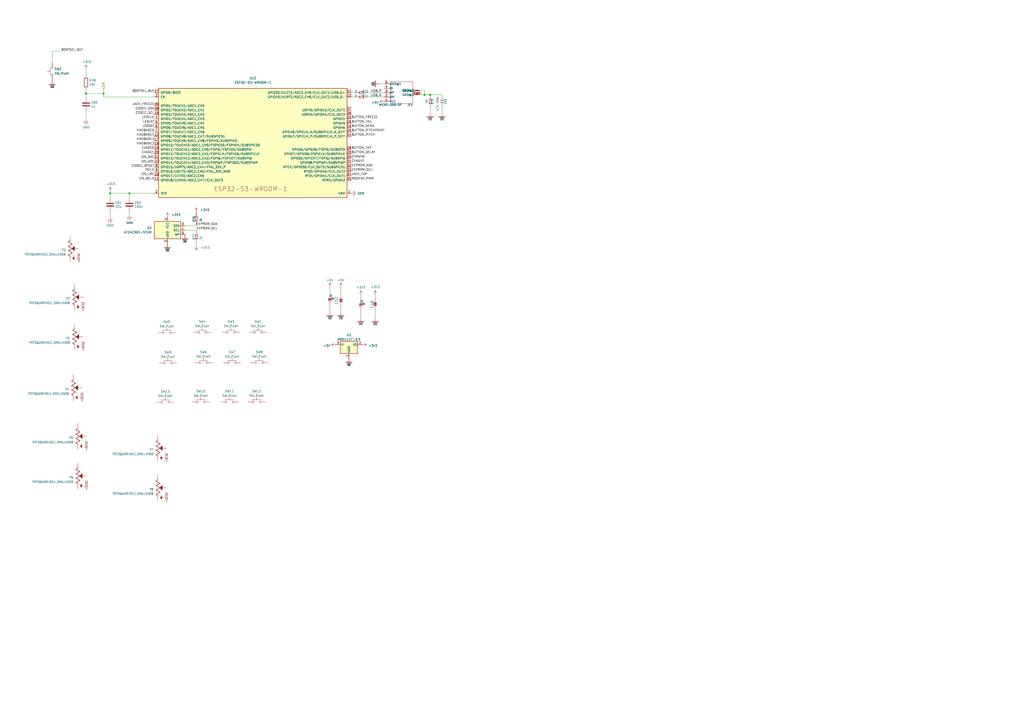
<source format=kicad_sch>
(kicad_sch (version 20221206) (generator eeschema)
  (paper "A2")
  (lib_symbols
    (symbol "Device:C" (pin_numbers hide) (pin_names (offset 0.254))
      (property "Reference" "C" (at 0.635 2.54 0))
      (property "Value" "C" (at 0.635 -2.54 0))
      (symbol "C_0_1"
        (polyline (pts (xy -2.032 -0.762) (xy 2.032 -0.762)) (stroke (width 0.508)))
        (polyline (pts (xy -2.032 0.762) (xy 2.032 0.762)) (stroke (width 0.508)))
      )
      (symbol "C_1_1"
        (pin passive line (at 0 3.81 270) (length 2.794) (name "~") (number "1"))
        (pin passive line (at 0 -3.81 90) (length 2.794) (name "~") (number "2"))
      )
    )
    (symbol "Device:R" (pin_numbers hide) (pin_names (offset 0))
      (property "Reference" "R" (at 2.032 0 90))
      (property "Value" "R" (at 0 0 90))
      (symbol "R_0_1"
        (rectangle (start -1.016 -2.54) (end 1.016 2.54) (stroke (width 0.254)))
      )
      (symbol "R_1_1"
        (pin passive line (at 0 3.81 270) (length 1.27) (name "~") (number "1"))
        (pin passive line (at 0 -3.81 90) (length 1.27) (name "~") (number "2"))
      )
    )
    (symbol "ESP32-Eurorack-Audio-rescue:+3.3V-power" (power) (pin_names (offset 0))
      (property "Value" "+3.3V-power" (at 0 3.556 0))
      (symbol "+3.3V-power_0_1"
        (polyline (pts (xy -0.762 1.27) (xy 0 2.54)))
        (polyline (pts (xy 0 0) (xy 0 2.54)))
        (polyline (pts (xy 0 2.54) (xy 0.762 1.27)))
      )
      (symbol "+3.3V-power_1_1"
        (pin power_in line (at 0 0 90) (length 0) hide (name "+3V3") (number "1"))
      )
    )
    (symbol "Espressif:ESP32-S3-WROOM-1" (pin_names (offset 1.016))
      (property "Reference" "U" (at -53.34 38.1 0))
      (property "Value" "ESP32-S3-WROOM-1" (at -53.34 35.56 0))
      (symbol "ESP32-S3-WROOM-1_0_0"
        (rectangle (start -53.34 33.02) (end 55.88 -30.48) (stroke (width 0.254)) (fill (type background)))
        (text "ESP32-S3-WROOM-1" (at 0 -25.4 0) (effects (font (size 2.54 2.54))))
        (pin power_in line (at 58.42 -27.94 180) (length 2.54) (name "GND") (number "1"))
        (pin bidirectional line (at -55.88 -17.78 0) (length 2.54) (name "GPIO17/U1TXD/ADC2_CH6") (number "10"))
        (pin bidirectional line (at -55.88 -20.32 0) (length 2.54) (name "GPIO18/U1RXD/ADC2_CH7/CLK_OUT3") (number "11"))
        (pin bidirectional line (at -55.88 5.08 0) (length 2.54) (name "GPIO8/TOUCH8/ADC1_CH7/SUBSPICS1") (number "12"))
        (pin bidirectional line (at 58.42 27.94 180) (length 2.54) (name "GPIO19/U1RTS/ADC2_CH8/CLK_OUT2/USB_D-") (number "13"))
        (pin bidirectional line (at 58.42 30.48 180) (length 2.54) (name "GPIO20/U1CTS/ADC2_CH9/CLK_OUT1/USB_D+") (number "14"))
        (pin bidirectional line (at -55.88 17.78 0) (length 2.54) (name "GPIO3/TOUCH3/ADC1_CH2") (number "15"))
        (pin bidirectional line (at 58.42 10.16 180) (length 2.54) (name "GPIO46") (number "16"))
        (pin bidirectional line (at -55.88 2.54 0) (length 2.54) (name "GPIO9/TOUCH9/ADC1_CH8/FSPIHD/SUBSPIHD") (number "17"))
        (pin bidirectional line (at -55.88 0 0) (length 2.54) (name "GPIO10/TOUCH10/ADC1_CH9/FSPICS0/FSPIIO4/SUBSPICS0") (number "18"))
        (pin bidirectional line (at -55.88 -2.54 0) (length 2.54) (name "GPIO11/TOUCH11/ADC2_CH0/FSPID/FSPIIO5/SUBSPID") (number "19"))
        (pin power_in line (at -55.88 -27.94 0) (length 2.54) (name "3V3") (number "2"))
        (pin bidirectional line (at -55.88 -5.08 0) (length 2.54) (name "GPIO12/TOUCH12/ADC2_CH1/FSPICLK/FSPIIO6/SUBSPICLK") (number "20"))
        (pin bidirectional line (at -55.88 -7.62 0) (length 2.54) (name "GPIO13/TOUCH13/ADC2_CH2/FSPIQ/FSPIIO7/SUBSPIQ") (number "21"))
        (pin bidirectional line (at -55.88 -10.16 0) (length 2.54) (name "GPIO14/TOUCH14/ADC2_CH3/FSPIWP/FSPIDQS/SUBSPIWP") (number "22"))
        (pin bidirectional line (at 58.42 15.24 180) (length 2.54) (name "GPIO21") (number "23"))
        (pin bidirectional line (at 58.42 5.08 180) (length 2.54) (name "GPIO47/SPICLK_P/SUBSPICLK_P_DIFF") (number "24"))
        (pin bidirectional line (at 58.42 7.62 180) (length 2.54) (name "GPIO48/SPICLK_N/SUBSPICLK_N_DIFF") (number "25"))
        (pin bidirectional line (at 58.42 12.7 180) (length 2.54) (name "GPIO45") (number "26"))
        (pin bidirectional line (at -55.88 30.48 0) (length 2.54) (name "GPIO0/BOOT") (number "27"))
        (pin bidirectional line (at 58.42 -2.54 180) (length 2.54) (name "SPIIO6/GPIO35/FSPID/SUBSPID") (number "28"))
        (pin bidirectional line (at 58.42 -5.08 180) (length 2.54) (name "SPIIO7/GPIO36/FSPICLK/SUBSPICLK") (number "29"))
        (pin input line (at -55.88 27.94 0) (length 2.54) (name "EN") (number "3"))
        (pin bidirectional line (at 58.42 -7.62 180) (length 2.54) (name "SPIDQS/GPIO37/FSPIQ/SUBSPIQ") (number "30"))
        (pin bidirectional line (at 58.42 -10.16 180) (length 2.54) (name "GPIO38/FSPIWP/SUBSPIWP") (number "31"))
        (pin bidirectional line (at 58.42 -12.7 180) (length 2.54) (name "MTCK/GPIO39/CLK_OUT3/SUBSPICS1") (number "32"))
        (pin bidirectional line (at 58.42 -15.24 180) (length 2.54) (name "MTDO/GPIO40/CLK_OUT2") (number "33"))
        (pin bidirectional line (at 58.42 -17.78 180) (length 2.54) (name "MTDI/GPIO41/CLK_OUT1") (number "34"))
        (pin bidirectional line (at 58.42 -20.32 180) (length 2.54) (name "MTMS/GPIO42") (number "35"))
        (pin bidirectional line (at 58.42 17.78 180) (length 2.54) (name "U0RXD/GPIO44/CLK_OUT2") (number "36"))
        (pin bidirectional line (at 58.42 20.32 180) (length 2.54) (name "U0TXD/GPIO43/CLK_OUT1") (number "37"))
        (pin bidirectional line (at -55.88 20.32 0) (length 2.54) (name "GPIO2/TOUCH2/ADC1_CH1") (number "38"))
        (pin bidirectional line (at -55.88 22.86 0) (length 2.54) (name "GPIO1/TOUCH1/ADC1_CH0") (number "39"))
        (pin bidirectional line (at -55.88 15.24 0) (length 2.54) (name "GPIO4/TOUCH4/ADC1_CH3") (number "4"))
        (pin passive line (at 58.42 -27.94 180) (length 2.54) hide (name "GND") (number "40"))
        (pin passive line (at 58.42 -27.94 180) (length 2.54) hide (name "GND") (number "41"))
        (pin bidirectional line (at -55.88 12.7 0) (length 2.54) (name "GPIO5/TOUCH5/ADC1_CH4") (number "5"))
        (pin bidirectional line (at -55.88 10.16 0) (length 2.54) (name "GPIO6/TOUCH6/ADC1_CH5") (number "6"))
        (pin bidirectional line (at -55.88 7.62 0) (length 2.54) (name "GPIO7/TOUCH7/ADC1_CH6") (number "7"))
        (pin bidirectional line (at -55.88 -12.7 0) (length 2.54) (name "GPIO15/U0RTS/ADC2_CH4/XTAL_32K_P") (number "8"))
        (pin bidirectional line (at -55.88 -15.24 0) (length 2.54) (name "GPIO16/U0CTS/ADC2_CH5/XTAL_32K_NH5") (number "9"))
      )
    )
    (symbol "Memory_EEPROM:AT24CS01-STUM"
      (property "Reference" "U" (at -7.62 6.35 0))
      (property "Value" "AT24CS01-STUM" (at 2.54 -6.35 0))
      (symbol "AT24CS01-STUM_1_1"
        (rectangle (start -7.62 5.08) (end 7.62 -5.08) (stroke (width 0.254)) (fill (type background)))
        (pin input line (at 10.16 0 180) (length 2.54) (name "SCL") (number "1"))
        (pin power_in line (at 0 -7.62 90) (length 2.54) (name "GND") (number "2"))
        (pin bidirectional line (at 10.16 2.54 180) (length 2.54) (name "SDA") (number "3"))
        (pin power_in line (at 0 7.62 270) (length 2.54) (name "VCC") (number "4"))
        (pin input line (at 10.16 -2.54 180) (length 2.54) (name "WP") (number "5"))
      )
    )
    (symbol "Regulator_Linear:AMS1117-3.3" (pin_names (offset 0.254))
      (property "Reference" "U" (at -3.81 3.175 0))
      (property "Value" "AMS1117-3.3" (at 0 3.175 0))
      (symbol "AMS1117-3.3_0_1"
        (rectangle (start -5.08 -5.08) (end 5.08 1.905) (stroke (width 0.254)) (fill (type background)))
      )
      (symbol "AMS1117-3.3_1_1"
        (pin power_in line (at 0 -7.62 90) (length 2.54) (name "GND") (number "1"))
        (pin power_out line (at 7.62 0 180) (length 2.54) (name "VO") (number "2"))
        (pin power_in line (at -7.62 0 0) (length 2.54) (name "VI") (number "3"))
      )
    )
    (symbol "Switch:SW_Push" (pin_numbers hide) (pin_names (offset 1.016) hide)
      (property "Reference" "SW" (at 1.27 2.54 0))
      (property "Value" "SW_Push" (at 0 -1.524 0))
      (symbol "SW_Push_0_1"
        (circle (center -2.032 0) (radius 0.508))
        (polyline (pts (xy 0 1.27) (xy 0 3.048)))
        (polyline (pts (xy 2.54 1.27) (xy -2.54 1.27)))
        (circle (center 2.032 0) (radius 0.508))
        (pin passive line (at -5.08 0 0) (length 2.54) (name "1") (number "1"))
        (pin passive line (at 5.08 0 180) (length 2.54) (name "2") (number "2"))
      )
    )
    (symbol "TINRS - Wobbler (pico)sch-eagle-import:C-1206"
      (property "Reference" "C" (at -3.81 0 0))
      (property "Value" "C-1206" (at 0 0 0))
      (symbol "C-1206_1_0"
        (polyline (pts (xy -1.27 0) (xy -0.635 0)) (stroke (width 0.1524)))
        (polyline (pts (xy -0.635 -1.016) (xy -0.635 0)) (stroke (width 0.254)))
        (polyline (pts (xy -0.635 0) (xy -0.635 1.016)) (stroke (width 0.254)))
        (polyline (pts (xy 0.635 0) (xy 0.635 -1.016)) (stroke (width 0.254)))
        (polyline (pts (xy 0.635 0) (xy 1.27 0)) (stroke (width 0.1524)))
        (polyline (pts (xy 0.635 1.016) (xy 0.635 0)) (stroke (width 0.254)))
        (pin passive line (at -3.81 0 0) (length 2.54) (name "1") (number "1"))
        (pin passive line (at 3.81 0 180) (length 2.54) (name "2") (number "2"))
      )
    )
    (symbol "TINRS - Wobbler (pico)sch-eagle-import:C-EUC0402"
      (property "Reference" "C" (at 1.524 0.381 0))
      (property "Value" "C-EUC0402" (at 1.524 -4.699 0))
      (symbol "C-EUC0402_1_0"
        (rectangle (start -0.762 -2.032) (end 0.762 -1.524) (fill (type outline)))
        (rectangle (start -0.762 -1.016) (end 0.762 -0.508) (fill (type outline)))
        (polyline (pts (xy 0 -2.54) (xy 0 -2.032)) (stroke (width 0.1524)))
        (polyline (pts (xy 0 0) (xy 0 -0.508)) (stroke (width 0.1524)))
        (pin passive line (at 0 2.54 270) (length 2.54) (name "1") (number "1"))
        (pin passive line (at 0 -5.08 90) (length 2.54) (name "2") (number "2"))
      )
    )
    (symbol "TINRS - Wobbler (pico)sch-eagle-import:C-POLAR-A"
      (property "Reference" "C" (at -1.651 0.254 0))
      (property "Value" "C-POLAR-A" (at 0.762 0.254 0))
      (symbol "C-POLAR-A_1_0"
        (rectangle (start -1.778 1.5875) (end -0.6985 1.778) (fill (type outline)))
        (rectangle (start -1.7145 1.651) (end -0.762 1.778) (fill (type outline)))
        (rectangle (start -1.3335 1.143) (end -1.143 1.2065) (fill (type outline)))
        (rectangle (start -1.3335 1.2065) (end -1.2065 2.2225) (fill (type outline)))
        (rectangle (start -1.27 -0.9525) (end -0.9525 0.9525) (fill (type outline)))
        (rectangle (start -1.2065 1.2065) (end -1.143 2.2225) (fill (type outline)))
        (arc (start -0.508 -0.4445) (mid -0.3964 -0.7139) (end -0.127 -0.8255) (stroke (width 0.254)))
        (rectangle (start -0.127 -0.9525) (end 0 -0.6985) (fill (type outline)))
        (rectangle (start -0.127 0.6985) (end 0 0.889) (fill (type outline)))
        (arc (start -0.127 0.8255) (mid -0.3963 0.7138) (end -0.508 0.4445) (stroke (width 0.254)))
        (rectangle (start -0.127 0.889) (end 0 0.9525) (fill (type outline)))
        (polyline (pts (xy -1.27 0) (xy -2.54 0)) (stroke (width 0.1524)))
        (polyline (pts (xy -0.508 0) (xy 2.54 0)) (stroke (width 0.1524)))
        (polyline (pts (xy -0.508 0.4445) (xy -0.508 -0.4445)) (stroke (width 0.254)))
        (pin bidirectional line (at -5.08 0 0) (length 2.54) (name "1") (number "+"))
        (pin bidirectional line (at 5.08 0 180) (length 2.54) (name "2") (number "-"))
      )
    )
    (symbol "TINRS - Wobbler (pico)sch-eagle-import:GND" (power)
      (property "Value" "GND" (at 0 -1.27 0))
      (symbol "GND_1_0"
        (polyline (pts (xy -1.905 0) (xy 1.905 0)) (stroke (width 0.254)))
        (polyline (pts (xy -1.397 -0.508) (xy 1.397 -0.508)) (stroke (width 0.254)))
        (polyline (pts (xy -0.889 -1.016) (xy 0.889 -1.016)) (stroke (width 0.254)))
        (pin power_in line (at 0 2.54 270) (length 2.54) (name "GND") (number "1"))
      )
    )
    (symbol "TINRS - Wobbler (pico)sch-eagle-import:MICRO-USB-5P"
      (property "Reference" "J" (at -6.35 6.35 0))
      (property "Value" "MICRO-USB-5P" (at 0 6.35 0))
      (symbol "MICRO-USB-5P_1_0"
        (polyline (pts (xy -7.62 -1.27) (xy -6.35 -1.27)) (stroke (width 0.1524)))
        (polyline (pts (xy -7.62 1.27) (xy -6.35 1.27)) (stroke (width 0.1524)))
        (polyline (pts (xy -6.35 -6.35) (xy 6.35 -6.35)) (stroke (width 0.1524)))
        (polyline (pts (xy -6.35 -1.27) (xy -6.35 -6.35)) (stroke (width 0.1524)))
        (polyline (pts (xy -6.35 1.27) (xy -6.35 -1.27)) (stroke (width 0.1524)))
        (polyline (pts (xy -6.35 6.35) (xy -6.35 1.27)) (stroke (width 0.1524)))
        (polyline (pts (xy 6.35 -6.35) (xy 6.35 -5.08)) (stroke (width 0.1524)))
        (polyline (pts (xy 6.35 -5.08) (xy 6.35 -2.54)) (stroke (width 0.1524)))
        (polyline (pts (xy 6.35 -5.08) (xy 7.62 -5.08)) (stroke (width 0.1524)))
        (polyline (pts (xy 6.35 -2.54) (xy 6.35 0)) (stroke (width 0.1524)))
        (polyline (pts (xy 6.35 -2.54) (xy 7.62 -2.54)) (stroke (width 0.1524)))
        (polyline (pts (xy 6.35 0) (xy 6.35 2.54)) (stroke (width 0.1524)))
        (polyline (pts (xy 6.35 0) (xy 7.62 0)) (stroke (width 0.1524)))
        (polyline (pts (xy 6.35 2.54) (xy 6.35 5.08)) (stroke (width 0.1524)))
        (polyline (pts (xy 6.35 2.54) (xy 7.62 2.54)) (stroke (width 0.1524)))
        (polyline (pts (xy 6.35 5.08) (xy 6.35 6.35)) (stroke (width 0.1524)))
        (polyline (pts (xy 6.35 5.08) (xy 8.89 5.08)) (stroke (width 0.1524)))
        (polyline (pts (xy 6.35 6.35) (xy -6.35 6.35)) (stroke (width 0.1524)))
        (pin bidirectional line (at 10.16 5.08 180) (length 2.54) (name "VCC") (number "1"))
        (pin bidirectional line (at 10.16 2.54 180) (length 2.54) (name "DM") (number "2"))
        (pin bidirectional line (at 10.16 0 180) (length 2.54) (name "DP") (number "3"))
        (pin bidirectional line (at 10.16 -2.54 180) (length 2.54) (name "ID") (number "4"))
        (pin bidirectional line (at 10.16 -5.08 180) (length 2.54) (name "GND@1") (number "5"))
        (pin bidirectional line (at -10.16 -1.27 0) (length 2.54) (name "GND@2") (number "B@1"))
        (pin bidirectional line (at -10.16 -1.27 0) (length 2.54) (name "GND@2") (number "B@10"))
        (pin bidirectional line (at -10.16 -1.27 0) (length 2.54) (name "GND@2") (number "B@11"))
        (pin bidirectional line (at -10.16 -1.27 0) (length 2.54) (name "GND@2") (number "B@12"))
        (pin bidirectional line (at -10.16 -1.27 0) (length 2.54) (name "GND@2") (number "B@2"))
        (pin bidirectional line (at -10.16 -1.27 0) (length 2.54) (name "GND@2") (number "B@3"))
        (pin bidirectional line (at -10.16 -1.27 0) (length 2.54) (name "GND@2") (number "B@4"))
        (pin bidirectional line (at -10.16 -1.27 0) (length 2.54) (name "GND@2") (number "B@5"))
        (pin bidirectional line (at -10.16 1.27 0) (length 2.54) (name "GND@3") (number "B@6"))
        (pin bidirectional line (at -10.16 -1.27 0) (length 2.54) (name "GND@2") (number "B@7"))
        (pin bidirectional line (at -10.16 -1.27 0) (length 2.54) (name "GND@2") (number "B@8"))
        (pin bidirectional line (at -10.16 -1.27 0) (length 2.54) (name "GND@2") (number "B@9"))
      )
    )
    (symbol "TINRS - Wobbler (pico)sch-eagle-import:R-0402"
      (property "Reference" "R" (at -3.81 0 0))
      (property "Value" "R-0402" (at 2.54 0 0))
      (symbol "R-0402_1_0"
        (polyline (pts (xy -1.27 -0.508) (xy -1.27 0.508)) (stroke (width 0.254)))
        (polyline (pts (xy -1.27 0.508) (xy 1.27 0.508)) (stroke (width 0.254)))
        (polyline (pts (xy 1.27 -0.508) (xy -1.27 -0.508)) (stroke (width 0.254)))
        (polyline (pts (xy 1.27 0.508) (xy 1.27 -0.508)) (stroke (width 0.254)))
        (pin passive line (at -3.81 0 0) (length 2.54) (name "1") (number "1"))
        (pin passive line (at 3.81 0 180) (length 2.54) (name "2") (number "2"))
      )
    )
    (symbol "TINRS - Wobbler (pico)sch-eagle-import:R-0603"
      (property "Reference" "R" (at -3.81 0 0))
      (property "Value" "R-0603" (at 2.54 0 0))
      (symbol "R-0603_1_0"
        (polyline (pts (xy -1.27 -0.508) (xy -1.27 0.508)) (stroke (width 0.254)))
        (polyline (pts (xy -1.27 0.508) (xy 1.27 0.508)) (stroke (width 0.254)))
        (polyline (pts (xy 1.27 -0.508) (xy -1.27 -0.508)) (stroke (width 0.254)))
        (polyline (pts (xy 1.27 0.508) (xy 1.27 -0.508)) (stroke (width 0.254)))
        (pin passive line (at -3.81 0 0) (length 2.54) (name "1") (number "1"))
        (pin passive line (at 3.81 0 180) (length 2.54) (name "2") (number "2"))
      )
    )
    (symbol "TiNRS_Eagle:POTSQUAREHOLE_SMALLKNOB"
      (property "Reference" "P" (at 2.794 -2.54 90))
      (property "Value" "POTSQUAREHOLE_SMALLKNOB" (at -1.397 0 90))
      (symbol "POTSQUAREHOLE_SMALLKNOB_1_0"
        (polyline (pts (xy -1.016 -3.81) (xy 1.27 -2.54)) (stroke (width 0.254)))
        (polyline (pts (xy -1.016 -1.27) (xy 1.27 0)) (stroke (width 0.254)))
        (polyline (pts (xy -1.016 1.27) (xy 1.27 2.54)) (stroke (width 0.254)))
        (polyline (pts (xy -1.016 3.81) (xy 0 4.572)) (stroke (width 0.254)))
        (polyline (pts (xy 0 -5.08) (xy 0 -4.572)) (stroke (width 0.1524)))
        (polyline (pts (xy 0 -4.572) (xy -1.016 -3.81)) (stroke (width 0.254)))
        (polyline (pts (xy 0 4.572) (xy 0 5.08)) (stroke (width 0.1524)))
        (polyline (pts (xy 1.27 -2.54) (xy -1.016 -1.27)) (stroke (width 0.254)))
        (polyline (pts (xy 1.27 0) (xy -1.016 1.27)) (stroke (width 0.254)))
        (polyline (pts (xy 1.27 0) (xy 2.54 1.27)) (stroke (width 0.2032)))
        (polyline (pts (xy 1.27 2.54) (xy -1.016 3.81)) (stroke (width 0.254)))
        (polyline (pts (xy 1.397 -5.334) (xy 2.032 -6.604)) (stroke (width 0.1524)))
        (polyline (pts (xy 2.032 -6.604) (xy 2.667 -5.334)) (stroke (width 0.1524)))
        (polyline (pts (xy 2.032 -4.064) (xy 2.032 -6.604)) (stroke (width 0.1524)))
        (polyline (pts (xy 2.54 -1.27) (xy 1.27 0)) (stroke (width 0.2032)))
        (polyline (pts (xy 2.54 1.27) (xy 2.54 -1.27)) (stroke (width 0.2032)))
        (polyline (pts (xy 2.667 -5.334) (xy 1.397 -5.334)) (stroke (width 0.1524)))
        (polyline (pts (xy 1.524 -5.4102) (xy 2.54 -5.4102) (xy 2.032 -6.35)) (fill (type outline)))
        (polyline (pts (xy 2.54 1.27) (xy 1.27 0) (xy 2.54 -1.27)) (fill (type outline)))
        (text ">DESC" (at 4.318 -2.54 900) (effects (font (size 1.27 1.0795)) (justify right top)))
        (pin passive line (at 0 7.62 270) (length 2.54) (name "E") (number "P$1"))
        (pin passive line (at 5.08 0 180) (length 2.54) (name "S") (number "P$2"))
        (pin passive line (at 0 -7.62 90) (length 2.54) (name "A") (number "P$3"))
      )
    )
    (symbol "power:+3.3V" (power) (pin_names (offset 0))
      (property "Value" "+3.3V" (at 0 3.556 0))
      (symbol "+3.3V_0_1"
        (polyline (pts (xy -0.762 1.27) (xy 0 2.54)))
        (polyline (pts (xy 0 0) (xy 0 2.54)))
        (polyline (pts (xy 0 2.54) (xy 0.762 1.27)))
      )
      (symbol "+3.3V_1_1"
        (pin power_in line (at 0 0 90) (length 0) hide (name "+3V3") (number "1"))
      )
    )
    (symbol "power:+5V" (power) (pin_names (offset 0))
      (property "Value" "+5V" (at 0 3.556 0))
      (symbol "+5V_0_1"
        (polyline (pts (xy -0.762 1.27) (xy 0 2.54)))
        (polyline (pts (xy 0 0) (xy 0 2.54)))
        (polyline (pts (xy 0 2.54) (xy 0.762 1.27)))
      )
      (symbol "+5V_1_1"
        (pin power_in line (at 0 0 90) (length 0) hide (name "+5V") (number "1"))
      )
    )
    (symbol "power:GND" (power) (pin_names (offset 0))
      (property "Value" "GND" (at 0 -3.81 0))
      (symbol "GND_0_1"
        (polyline (pts (xy 0 0) (xy 0 -1.27) (xy 1.27 -1.27) (xy 0 -2.54) (xy -1.27 -1.27) (xy 0 -1.27)))
      )
      (symbol "GND_1_1"
        (pin power_in line (at 0 0 270) (length 0) hide (name "GND") (number "1"))
      )
    )
  )
  (junction (at 63.881 112.141))
  (junction (at 246.253 54.991))
  (junction (at 60.071 54.229))
  (junction (at 75.057 112.141))
  (junction (at 249.555 54.991))
  (junction (at 49.911 54.229))
  (wire (pts (xy 49.911 64.389) (xy 49.911 69.469)))
  (wire (pts (xy 246.253 52.451) (xy 246.253 54.991)))
  (wire (pts (xy 49.911 54.229) (xy 49.911 51.689)))
  (wire (pts (xy 197.739 170.434) (xy 197.739 166.624)))
  (wire (pts (xy 205.867 56.261) (xy 203.835 56.261)))
  (wire (pts (xy 107.315 133.477) (xy 113.919 133.477)))
  (wire (pts (xy 30.353 29.845) (xy 30.353 36.195)))
  (wire (pts (xy 113.919 142.367) (xy 113.919 141.097)))
  (wire (pts (xy 213.487 53.721) (xy 222.885 53.721)))
  (wire (pts (xy 246.253 54.991) (xy 243.205 54.991)))
  (wire (pts (xy 113.919 130.937) (xy 113.919 130.683)))
  (wire (pts (xy 75.057 122.555) (xy 75.057 124.841)))
  (wire (pts (xy 60.071 51.689) (xy 60.071 54.229)))
  (wire (pts (xy 217.678 171.069) (xy 217.678 172.593)))
  (wire (pts (xy 63.881 122.555) (xy 63.881 126.365)))
  (wire (pts (xy 220.345 48.641) (xy 222.885 48.641)))
  (wire (pts (xy 63.881 112.141) (xy 63.881 114.935)))
  (wire (pts (xy 60.071 56.261) (xy 60.071 54.229)))
  (wire (pts (xy 256.413 54.991) (xy 249.555 54.991)))
  (wire (pts (xy 209.296 183.896) (xy 209.296 182.626)))
  (wire (pts (xy 49.911 40.259) (xy 49.911 44.069)))
  (wire (pts (xy 35.433 29.845) (xy 30.353 29.845)))
  (wire (pts (xy 209.296 171.196) (xy 209.296 172.466)))
  (wire (pts (xy 63.881 112.141) (xy 75.057 112.141)))
  (wire (pts (xy 63.881 111.125) (xy 63.881 112.141)))
  (wire (pts (xy 197.739 180.594) (xy 197.739 178.054)))
  (wire (pts (xy 75.057 114.935) (xy 75.057 112.141)))
  (wire (pts (xy 49.911 54.229) (xy 49.911 56.769)))
  (wire (pts (xy 213.487 56.261) (xy 222.885 56.261)))
  (wire (pts (xy 217.678 184.023) (xy 217.678 180.213)))
  (wire (pts (xy 107.315 130.937) (xy 113.919 130.937)))
  (wire (pts (xy 249.555 62.611) (xy 249.555 65.151)))
  (wire (pts (xy 60.071 54.229) (xy 49.911 54.229)))
  (wire (pts (xy 246.253 52.451) (xy 243.205 52.451)))
  (wire (pts (xy 191.389 180.594) (xy 191.389 179.578)))
  (wire (pts (xy 249.555 54.991) (xy 246.253 54.991)))
  (wire (pts (xy 256.413 62.611) (xy 256.413 65.151)))
  (wire (pts (xy 191.389 166.624) (xy 191.389 169.418)))
  (wire (pts (xy 205.867 53.721) (xy 203.835 53.721)))
  (wire (pts (xy 89.535 56.261) (xy 60.071 56.261)))
  (wire (pts (xy 75.057 112.141) (xy 89.535 112.141)))
  (label "MODENV_PWM" (at 203.835 104.521 0))
  (label "CVADC1" (at 89.535 89.281 180))
  (label "I2S_BCLK" (at 89.535 104.521 180))
  (label "I2S_LRC" (at 89.535 101.981 180))
  (label "EEPROM_SDA" (at 203.835 96.901 0))
  (label "BUTTON_PITCH" (at 203.835 79.121 0))
  (label "CODEC_RESET" (at 89.535 97.155 180))
  (label "USB_N" (at 221.361 56.261 180))
  (label "BUTTON_FREEZE" (at 203.835 68.961 0))
  (label "KNOBADC2" (at 89.535 81.661 180))
  (label "CVMUX0" (at 203.835 91.821 0))
  (label "BOOTSEL_BUT" (at 35.433 29.845 0) (effects (font (size 1.2446 1.2446))))
  (label "MCLK" (at 89.535 99.441 180))
  (label "KNOBADC1" (at 89.535 79.121 180))
  (label "BUTTON_SEND" (at 203.835 74.041 0))
  (label "LEDDAT" (at 89.535 74.041 180))
  (label "CVADC0" (at 89.535 86.741 180))
  (label "KNOBADC3" (at 89.535 84.201 180))
  (label "BUTTON_DELAY" (at 203.835 89.281 0))
  (label "I2S_DAC" (at 89.535 92.075 180))
  (label "KNOBADC0" (at 89.535 76.581 180))
  (label "LEDLAT" (at 89.535 71.501 180))
  (label "BUTTON_PITCHPOINT" (at 203.835 76.581 0))
  (label "EEPROM_SDA" (at 113.919 130.937 0))
  (label "JACK_FREEZE" (at 89.535 61.341 180))
  (label "CODEC_SDA" (at 89.535 63.881 180))
  (label "EEPROM_SCL" (at 113.919 133.477 0))
  (label "CODEC_SCL" (at 89.535 66.421 180))
  (label "BOOTSEL_BUT" (at 89.535 53.721 180) (effects (font (size 1.2446 1.2446))))
  (label "BUTTON_TAP" (at 203.835 86.741 0))
  (label "CVMUX1" (at 203.835 94.361 0))
  (label "USB_P" (at 221.361 53.721 180))
  (label "LEDCLK" (at 89.535 68.961 180))
  (label "I2S_ADC" (at 89.535 94.615 180))
  (label "EEPROM_SCL" (at 203.835 99.441 0))
  (label "JACK_TAP" (at 203.835 101.981 0))
  (label "BUTTON_TAIL" (at 203.835 71.501 0))
  (hierarchical_label "EN" (shape input) (at 60.071 51.689 90))
  (symbol (lib_id "Switch:SW_Push") (at 133.096 233.172 0) (unit 1)
    (property "Reference" "SW11" (at 133.096 226.949 0))
    (property "Value" "SW_Push" (at 133.096 229.489 0))
    (property "Footprint" "keyswitches:Kailh_socket_PG1350" (effects hide))
  )
  (symbol (lib_id "TINRS - Wobbler (pico)sch-eagle-import:GND") (at 217.805 48.641 270) (mirror x) (unit 1)
    (property "Reference" "#GND0127" (effects hide))
    (property "Value" "GND" (at 216.535 48.641 0) (effects (font (size 0.762 0.6477)) (justify top)))
  )
  (symbol (lib_id "TINRS - Wobbler (pico)sch-eagle-import:GND") (at 107.315 138.557 0) (unit 1)
    (property "Reference" "#GND0126" (effects hide))
    (property "Value" "GND" (at 107.315 139.827 0) (effects (font (size 0.762 0.6477)) (justify top)))
  )
  (symbol (lib_id "TINRS - Wobbler (pico)sch-eagle-import:GND") (at 191.389 183.134 0) (unit 1)
    (property "Reference" "#GND0120" (effects hide))
    (property "Value" "GND" (at 191.389 184.404 0) (effects (font (size 0.762 0.6477)) (justify top)))
  )
  (symbol (lib_id "power:GND") (at 203.835 112.141 90) (mirror x) (unit 1)
    (property "Reference" "#PWR0270" (effects hide))
    (property "Value" "GND" (at 211.455 112.141 90) (effects (justify left)))
  )
  (symbol (lib_id "TiNRS_Eagle:POTSQUAREHOLE_SMALLKNOB") (at 40.64 144.145 0) (unit 1)
    (property "Reference" "P3" (at 38.1 145.0127 0) (effects (font (size 1.27 1.0795)) (justify right)))
    (property "Value" "POTSQUAREHOLE_SMALLKNOB" (at 38.1 147.5527 0) (effects (font (size 1.27 1.0795)) (justify right)))
    (property "Footprint" "TiNRS_Eagle_Footprints:ALPS_POT_SQUAREHOLES" (effects hide))
  )
  (symbol (lib_id "power:+3.3V") (at 113.919 142.367 180) (unit 1)
    (property "Reference" "#PWR0111" (effects hide))
    (property "Value" "+3.3V" (at 116.459 143.6369 0) (effects (justify right)))
  )
  (symbol (lib_id "Device:C") (at 75.057 118.745 0) (unit 1)
    (property "Reference" "C62" (at 77.978 117.5766 0) (effects (justify left)))
    (property "Value" "100n" (at 77.978 119.888 0) (effects (justify left)))
    (property "Footprint" "Capacitor_SMD:C_0402_1005Metric" (effects hide))
  )
  (symbol (lib_id "Device:C") (at 63.881 118.745 0) (unit 1)
    (property "Reference" "C61" (at 66.802 117.5766 0) (effects (justify left)))
    (property "Value" "22u" (at 66.802 119.888 0) (effects (justify left)))
    (property "Footprint" "Capacitor_SMD:C_0805_2012Metric" (effects hide))
  )
  (symbol (lib_id "TINRS - Wobbler (pico)sch-eagle-import:C-POLAR-A") (at 191.389 174.498 270) (unit 1)
    (property "Reference" "C50" (at 191.643 172.847 0) (effects (font (size 0.762 0.6477)) (justify right bottom)))
    (property "Value" "10uF" (at 191.643 175.26 0) (effects (font (size 0.762 0.6477)) (justify left bottom)))
    (property "Footprint" "TiNRS_Eagle_Footprints:CASE-A_3216" (effects hide))
    (property "Value" "197427" (effects hide))
  )
  (symbol (lib_id "power:GND") (at 75.057 124.841 0) (unit 1)
    (property "Reference" "#PWR0119" (effects hide))
    (property "Value" "GND" (at 75.184 129.2352 0))
  )
  (symbol (lib_id "TiNRS_Eagle:POTSQUAREHOLE_SMALLKNOB") (at 43.18 172.339 0) (unit 1)
    (property "Reference" "P2" (at 40.64 173.2067 0) (effects (font (size 1.27 1.0795)) (justify right)))
    (property "Value" "POTSQUAREHOLE_SMALLKNOB" (at 40.64 175.7467 0) (effects (font (size 1.27 1.0795)) (justify right)))
    (property "Footprint" "TiNRS_Eagle_Footprints:ALPS_POT_SQUAREHOLES" (effects hide))
  )
  (symbol (lib_id "TINRS - Wobbler (pico)sch-eagle-import:GND") (at 217.678 186.563 0) (unit 1)
    (property "Reference" "#GND0106" (effects hide))
    (property "Value" "GND" (at 217.678 187.833 0) (effects (font (size 0.762 0.6477)) (justify top)))
  )
  (symbol (lib_id "TiNRS_Eagle:POTSQUAREHOLE_SMALLKNOB") (at 43.18 195.326 0) (unit 1)
    (property "Reference" "P1" (at 40.64 196.1937 0) (effects (font (size 1.27 1.0795)) (justify right)))
    (property "Value" "POTSQUAREHOLE_SMALLKNOB" (at 40.64 198.7337 0) (effects (font (size 1.27 1.0795)) (justify right)))
    (property "Footprint" "TiNRS_Eagle_Footprints:ALPS_POT_SQUAREHOLES" (effects hide))
  )
  (symbol (lib_id "TiNRS_Eagle:POTSQUAREHOLE_SMALLKNOB") (at 45.085 253.111 0) (unit 1)
    (property "Reference" "P5" (at 42.545 253.9787 0) (effects (font (size 1.27 1.0795)) (justify right)))
    (property "Value" "POTSQUAREHOLE_SMALLKNOB" (at 42.545 256.5187 0) (effects (font (size 1.27 1.0795)) (justify right)))
    (property "Footprint" "TiNRS_Eagle_Footprints:ALPS_POT_SQUAREHOLES" (effects hide))
  )
  (symbol (lib_id "Switch:SW_Push") (at 95.885 233.299 0) (unit 1)
    (property "Reference" "SW13" (at 95.885 227.076 0))
    (property "Value" "SW_Push" (at 95.885 229.616 0))
    (property "Footprint" "keyswitches:Kailh_socket_PG1350" (effects hide))
  )
  (symbol (lib_id "TINRS - Wobbler (pico)sch-eagle-import:C-EUC0402") (at 197.739 175.514 180) (unit 1)
    (property "Reference" "C52" (at 194.183 171.958 90) (effects (font (size 1.778 1.5113)) (justify left bottom)))
    (property "Value" "100nF" (at 198.755 171.196 90) (effects (font (size 1.778 1.5113)) (justify left bottom)))
    (property "Footprint" "Capacitor_SMD:C_0402_1005Metric" (effects hide))
    (property "Value" "1759017" (effects hide))
  )
  (symbol (lib_id "TINRS - Wobbler (pico)sch-eagle-import:GND") (at 202.438 210.058 0) (unit 1)
    (property "Reference" "#GND0107" (effects hide))
    (property "Value" "GND" (at 202.438 211.328 0) (effects (font (size 0.762 0.6477)) (justify top)))
  )
  (symbol (lib_id "TINRS - Wobbler (pico)sch-eagle-import:C-EUC0402") (at 217.678 175.133 0) (unit 1)
    (property "Reference" "C48" (at 216.916 178.943 90) (effects (font (size 1.778 1.5113)) (justify left bottom)))
    (property "Value" "100nF" (at 221.488 179.451 90) (effects (font (size 1.778 1.5113)) (justify left bottom)))
    (property "Footprint" "Capacitor_SMD:C_0402_1005Metric" (effects hide))
    (property "Value" "1759017" (effects hide))
  )
  (symbol (lib_id "TINRS - Wobbler (pico)sch-eagle-import:R-0402") (at 209.677 56.261 0) (mirror y) (unit 1)
    (property "Reference" "R74" (at 213.487 56.261 0) (effects (font (size 1.27 1.0795)) (justify left bottom)))
    (property "Value" "0" (at 207.137 56.261 0) (effects (font (size 1.27 1.0795)) (justify left bottom)))
    (property "Footprint" "Resistor_SMD:R_0402_1005Metric" (effects hide))
  )
  (symbol (lib_id "Device:C") (at 49.911 60.579 0) (unit 1)
    (property "Reference" "C60" (at 52.832 59.4106 0) (effects (justify left)))
    (property "Value" "1u" (at 52.832 61.722 0) (effects (justify left)))
    (property "Footprint" "Capacitor_SMD:C_0402_1005Metric" (effects hide))
  )
  (symbol (lib_id "TINRS - Wobbler (pico)sch-eagle-import:C-POLAR-A") (at 209.296 177.546 270) (unit 1)
    (property "Reference" "C55" (at 209.55 175.895 0) (effects (font (size 0.762 0.6477)) (justify right bottom)))
    (property "Value" "10uF" (at 209.55 178.308 0) (effects (font (size 0.762 0.6477)) (justify left bottom)))
    (property "Footprint" "TiNRS_Eagle_Footprints:CASE-A_3216" (effects hide))
    (property "Value" "197427" (effects hide))
  )
  (symbol (lib_id "Switch:SW_Push") (at 30.353 41.275 90) (unit 1)
    (property "Reference" "SW2" (at 31.623 40.0049 90) (effects (justify right)))
    (property "Value" "SW_Push" (at 31.623 42.5449 90) (effects (justify right)))
    (property "Footprint" "Button_Switch_SMD:SW_Push_1P1T_NO_6x6mm_H9.5mm" (effects hide))
  )
  (symbol (lib_id "TINRS - Wobbler (pico)sch-eagle-import:GND") (at 197.739 183.134 0) (unit 1)
    (property "Reference" "#GND0117" (effects hide))
    (property "Value" "GND" (at 197.739 184.404 0) (effects (font (size 0.762 0.6477)) (justify top)))
  )
  (symbol (lib_id "power:GND") (at 63.881 126.365 0) (unit 1)
    (property "Reference" "#PWR0120" (effects hide))
    (property "Value" "GND" (at 64.008 130.7592 0))
  )
  (symbol (lib_id "Switch:SW_Push") (at 149.733 192.786 0) (unit 1)
    (property "Reference" "SW1" (at 149.733 186.563 0))
    (property "Value" "SW_Push" (at 149.733 189.103 0))
    (property "Footprint" "keyswitches:Kailh_socket_PG1350" (effects hide))
  )
  (symbol (lib_id "Espressif:ESP32-S3-WROOM-1") (at 145.415 84.201 0) (unit 1)
    (property "Reference" "U12" (at 146.685 45.339 0))
    (property "Value" "ESP32-S3-WROOM-1" (at 146.685 47.879 0))
    (property "Footprint" "Espressif:ESP32-S3-WROOM-1" (effects hide))
    (property "Datasheet" "https://www.espressif.com/sites/default/files/documentation/esp32-s3-wroom-1_wroom-1u_datasheet_en.pdf" (effects hide))
  )
  (symbol (lib_id "power:+5V") (at 191.389 166.624 0) (unit 1)
    (property "Reference" "#PWR01" (effects hide))
    (property "Value" "+5V" (at 191.389 162.56 0))
  )
  (symbol (lib_id "power:+3.3V") (at 210.058 199.898 270) (unit 1)
    (property "Reference" "#PWR0103" (effects hide))
    (property "Value" "+3.3V" (at 213.614 200.533 90) (effects (justify left)))
  )
  (symbol (lib_id "power:+5V") (at 222.885 58.801 90) (unit 1)
    (property "Reference" "#PWR03" (effects hide))
    (property "Value" "+5V" (at 219.583 59.436 90) (effects (justify left)))
  )
  (symbol (lib_id "Switch:SW_Push") (at 97.409 210.566 0) (unit 1)
    (property "Reference" "SW9" (at 97.409 204.343 0))
    (property "Value" "SW_Push" (at 97.409 206.883 0))
    (property "Footprint" "keyswitches:Kailh_socket_PG1350" (effects hide))
  )
  (symbol (lib_id "power:+3.3V") (at 113.919 123.063 0) (unit 1)
    (property "Reference" "#PWR0113" (effects hide))
    (property "Value" "+3.3V" (at 116.205 121.7929 0) (effects (justify left)))
  )
  (symbol (lib_id "TINRS - Wobbler (pico)sch-eagle-import:GND") (at 256.413 67.691 0) (mirror y) (unit 1)
    (property "Reference" "#GND0128" (effects hide))
    (property "Value" "GND" (at 256.413 68.961 0) (effects (font (size 0.762 0.6477)) (justify top)))
  )
  (symbol (lib_id "TINRS - Wobbler (pico)sch-eagle-import:GND") (at 97.155 143.637 0) (unit 1)
    (property "Reference" "#GND0125" (effects hide))
    (property "Value" "GND" (at 97.155 144.907 0) (effects (font (size 0.762 0.6477)) (justify top)))
  )
  (symbol (lib_id "power:+5V") (at 197.739 166.624 0) (unit 1)
    (property "Reference" "#PWR02" (effects hide))
    (property "Value" "+5V" (at 197.739 162.56 0))
  )
  (symbol (lib_id "Switch:SW_Push") (at 148.844 233.172 0) (unit 1)
    (property "Reference" "SW12" (at 148.844 226.949 0))
    (property "Value" "SW_Push" (at 148.844 229.489 0))
    (property "Footprint" "keyswitches:Kailh_socket_PG1350" (effects hide))
  )
  (symbol (lib_id "TiNRS_Eagle:POTSQUAREHOLE_SMALLKNOB") (at 91.567 259.969 0) (unit 1)
    (property "Reference" "P7" (at 89.027 260.8367 0) (effects (font (size 1.27 1.0795)) (justify right)))
    (property "Value" "POTSQUAREHOLE_SMALLKNOB" (at 89.027 263.3767 0) (effects (font (size 1.27 1.0795)) (justify right)))
    (property "Footprint" "TiNRS_Eagle_Footprints:ALPS_POT_SQUAREHOLES" (effects hide))
  )
  (symbol (lib_id "Device:R") (at 49.911 47.879 0) (unit 1)
    (property "Reference" "R78" (at 51.689 46.7106 0) (effects (justify left)))
    (property "Value" "10k" (at 51.689 49.022 0) (effects (justify left)))
    (property "Footprint" "Resistor_SMD:R_0402_1005Metric" (effects hide))
  )
  (symbol (lib_id "ESP32-Eurorack-Audio-rescue:+3.3V-power") (at 49.911 40.259 0) (unit 1)
    (property "Reference" "#PWR0116" (effects hide))
    (property "Value" "+3.3V" (at 50.292 35.8648 0))
  )
  (symbol (lib_id "power:+3.3V") (at 209.296 171.196 0) (unit 1)
    (property "Reference" "#PWR0101" (effects hide))
    (property "Value" "+3.3V" (at 209.296 166.624 0))
  )
  (symbol (lib_id "TINRS - Wobbler (pico)sch-eagle-import:GND") (at 209.296 186.436 0) (unit 1)
    (property "Reference" "#GND0105" (effects hide))
    (property "Value" "GND" (at 209.296 187.706 0) (effects (font (size 0.762 0.6477)) (justify top)))
  )
  (symbol (lib_id "power:+3.3V") (at 217.678 171.069 0) (unit 1)
    (property "Reference" "#PWR0102" (effects hide))
    (property "Value" "+3.3V" (at 217.678 166.497 0))
  )
  (symbol (lib_id "TINRS - Wobbler (pico)sch-eagle-import:MICRO-USB-5P") (at 233.045 53.721 180) (unit 1)
    (property "Reference" "J14" (at 239.395 60.071 0) (effects (font (size 1.27 1.0795)) (justify left bottom)))
    (property "Value" "MICRO-USB-5P" (at 233.045 60.071 0) (effects (font (size 1.27 1.0795)) (justify left bottom)))
    (property "Footprint" "TiNRS_Eagle_Footprints:C132563" (effects hide))
  )
  (symbol (lib_id "Switch:SW_Push") (at 116.459 233.172 0) (unit 1)
    (property "Reference" "SW10" (at 116.459 226.949 0))
    (property "Value" "SW_Push" (at 116.459 229.489 0))
    (property "Footprint" "keyswitches:Kailh_socket_PG1350" (effects hide))
  )
  (symbol (lib_id "Switch:SW_Push") (at 117.348 192.786 0) (unit 1)
    (property "Reference" "SW4" (at 117.348 186.563 0))
    (property "Value" "SW_Push" (at 117.348 189.103 0))
    (property "Footprint" "keyswitches:Kailh_socket_PG1350" (effects hide))
  )
  (symbol (lib_id "power:+5V") (at 194.818 199.898 90) (unit 1)
    (property "Reference" "#PWR04" (effects hide))
    (property "Value" "+5V" (at 191.643 200.533 90) (effects (justify left)))
  )
  (symbol (lib_id "Regulator_Linear:AMS1117-3.3") (at 202.438 199.898 0) (unit 1)
    (property "Reference" "U1" (at 202.438 194.31 0))
    (property "Value" "AMS1117-3.3" (at 202.438 196.85 0))
    (property "Footprint" "Package_TO_SOT_SMD:SOT-223-3_TabPin2" (effects hide))
    (property "Datasheet" "http://www.advanced-monolithic.com/pdf/ds1117.pdf" (effects hide))
  )
  (symbol (lib_id "TiNRS_Eagle:POTSQUAREHOLE_SMALLKNOB") (at 45.085 276.098 0) (unit 1)
    (property "Reference" "P6" (at 42.545 276.9657 0) (effects (font (size 1.27 1.0795)) (justify right)))
    (property "Value" "POTSQUAREHOLE_SMALLKNOB" (at 42.545 279.5057 0) (effects (font (size 1.27 1.0795)) (justify right)))
    (property "Footprint" "TiNRS_Eagle_Footprints:ALPS_POT_SQUAREHOLES" (effects hide))
  )
  (symbol (lib_id "TINRS - Wobbler (pico)sch-eagle-import:R-0603") (at 249.555 58.801 270) (mirror x) (unit 1)
    (property "Reference" "R75" (at 250.317 60.579 0) (effects (font (size 1.27 1.0795)) (justify left bottom)))
    (property "Value" "1M" (at 246.761 60.071 0) (effects (font (size 1.27 1.0795)) (justify left bottom)))
    (property "Footprint" "Resistor_SMD:R_0402_1005Metric" (effects hide))
  )
  (symbol (lib_id "TINRS - Wobbler (pico)sch-eagle-import:R-0402") (at 113.919 126.873 90) (unit 1)
    (property "Reference" "R76" (at 113.157 128.651 0) (effects (font (size 1.27 1.0795)) (justify left bottom)))
    (property "Value" "2k" (at 117.221 128.651 0) (effects (font (size 1.27 1.0795)) (justify left bottom)))
    (property "Footprint" "Resistor_SMD:R_0402_1005Metric" (effects hide))
  )
  (symbol (lib_id "Switch:SW_Push") (at 117.983 210.439 0) (unit 1)
    (property "Reference" "SW6" (at 117.983 204.216 0))
    (property "Value" "SW_Push" (at 117.983 206.756 0))
    (property "Footprint" "keyswitches:Kailh_socket_PG1350" (effects hide))
  )
  (symbol (lib_id "TINRS - Wobbler (pico)sch-eagle-import:GND") (at 30.353 48.895 0) (unit 1)
    (property "Reference" "#GND0144" (effects hide))
    (property "Value" "GND" (at 30.353 50.165 0) (effects (font (size 0.762 0.6477)) (justify top)))
  )
  (symbol (lib_id "Switch:SW_Push") (at 133.985 192.786 0) (unit 1)
    (property "Reference" "SW3" (at 133.985 186.563 0))
    (property "Value" "SW_Push" (at 133.985 189.103 0))
    (property "Footprint" "keyswitches:Kailh_socket_PG1350" (effects hide))
  )
  (symbol (lib_id "Memory_EEPROM:AT24CS01-STUM") (at 97.155 133.477 0) (unit 1)
    (property "Reference" "U2" (at 88.011 132.2069 0) (effects (justify right)))
    (property "Value" "AT24CS01-STUM" (at 88.011 134.7469 0) (effects (justify right)))
    (property "Footprint" "Package_TO_SOT_SMD:SOT-23-5" (effects hide))
    (property "Datasheet" "http://ww1.microchip.com/downloads/en/DeviceDoc/Atmel-8815-SEEPROM-AT24CS01-02-Datasheet.pdf" (effects hide))
  )
  (symbol (lib_id "TiNRS_Eagle:POTSQUAREHOLE_SMALLKNOB") (at 91.567 282.956 0) (unit 1)
    (property "Reference" "P8" (at 89.027 283.8237 0) (effects (font (size 1.27 1.0795)) (justify right)))
    (property "Value" "POTSQUAREHOLE_SMALLKNOB" (at 89.027 286.3637 0) (effects (font (size 1.27 1.0795)) (justify right)))
    (property "Footprint" "TiNRS_Eagle_Footprints:ALPS_POT_SQUAREHOLES" (effects hide))
  )
  (symbol (lib_id "ESP32-Eurorack-Audio-rescue:+3.3V-power") (at 63.881 111.125 0) (unit 1)
    (property "Reference" "#PWR0114" (effects hide))
    (property "Value" "+3.3V" (at 64.262 106.7308 0))
  )
  (symbol (lib_id "power:+3.3V") (at 97.155 125.857 0) (unit 1)
    (property "Reference" "#PWR0112" (effects hide))
    (property "Value" "+3.3V" (at 99.441 124.5869 0) (effects (justify left)))
  )
  (symbol (lib_id "Switch:SW_Push") (at 134.62 210.439 0) (unit 1)
    (property "Reference" "SW7" (at 134.62 204.216 0))
    (property "Value" "SW_Push" (at 134.62 206.756 0))
    (property "Footprint" "keyswitches:Kailh_socket_PG1350" (effects hide))
  )
  (symbol (lib_id "TINRS - Wobbler (pico)sch-eagle-import:GND") (at 249.555 67.691 0) (mirror y) (unit 1)
    (property "Reference" "#GND0129" (effects hide))
    (property "Value" "GND" (at 249.555 68.961 0) (effects (font (size 0.762 0.6477)) (justify top)))
  )
  (symbol (lib_id "TINRS - Wobbler (pico)sch-eagle-import:R-0402") (at 113.919 137.287 90) (unit 1)
    (property "Reference" "R77" (at 113.157 139.065 0) (effects (font (size 1.27 1.0795)) (justify left bottom)))
    (property "Value" "2k" (at 117.221 139.065 0) (effects (font (size 1.27 1.0795)) (justify left bottom)))
    (property "Footprint" "Resistor_SMD:R_0402_1005Metric" (effects hide))
  )
  (symbol (lib_id "power:GND") (at 49.911 69.469 0) (unit 1)
    (property "Reference" "#PWR0117" (effects hide))
    (property "Value" "GND" (at 50.038 73.8632 0))
  )
  (symbol (lib_id "TINRS - Wobbler (pico)sch-eagle-import:C-1206") (at 256.413 58.801 270) (mirror x) (unit 1)
    (property "Reference" "C59" (at 257.683 60.579 0) (effects (font (size 1.27 1.0795)) (justify left bottom)))
    (property "Value" "4.7n 100v" (at 253.111 64.389 0) (effects (font (size 1.27 1.0795)) (justify left bottom)))
    (property "Footprint" "TiNRS_Eagle_Footprints:C3216" (effects hide))
  )
  (symbol (lib_id "Switch:SW_Push") (at 150.368 210.439 0) (unit 1)
    (property "Reference" "SW8" (at 150.368 204.216 0))
    (property "Value" "SW_Push" (at 150.368 206.756 0))
    (property "Footprint" "keyswitches:Kailh_socket_PG1350" (effects hide))
  )
  (symbol (lib_id "Switch:SW_Push") (at 96.774 192.913 0) (unit 1)
    (property "Reference" "SW5" (at 96.774 186.69 0))
    (property "Value" "SW_Push" (at 96.774 189.23 0))
    (property "Footprint" "keyswitches:Kailh_socket_PG1350" (effects hide))
  )
  (symbol (lib_id "TiNRS_Eagle:POTSQUAREHOLE_SMALLKNOB") (at 42.545 224.917 0) (unit 1)
    (property "Reference" "P4" (at 40.005 225.7847 0) (effects (font (size 1.27 1.0795)) (justify right)))
    (property "Value" "POTSQUAREHOLE_SMALLKNOB" (at 40.005 228.3247 0) (effects (font (size 1.27 1.0795)) (justify right)))
    (property "Footprint" "TiNRS_Eagle_Footprints:ALPS_POT_SQUAREHOLES" (effects hide))
  )
  (symbol (lib_id "TINRS - Wobbler (pico)sch-eagle-import:R-0402") (at 209.677 53.721 0) (mirror y) (unit 1)
    (property "Reference" "R73" (at 213.487 53.721 0) (effects (font (size 1.27 1.0795)) (justify left bottom)))
    (property "Value" "0" (at 207.137 53.721 0) (effects (font (size 1.27 1.0795)) (justify left bottom)))
    (property "Footprint" "Resistor_SMD:R_0402_1005Metric" (effects hide))
  )
)
</source>
